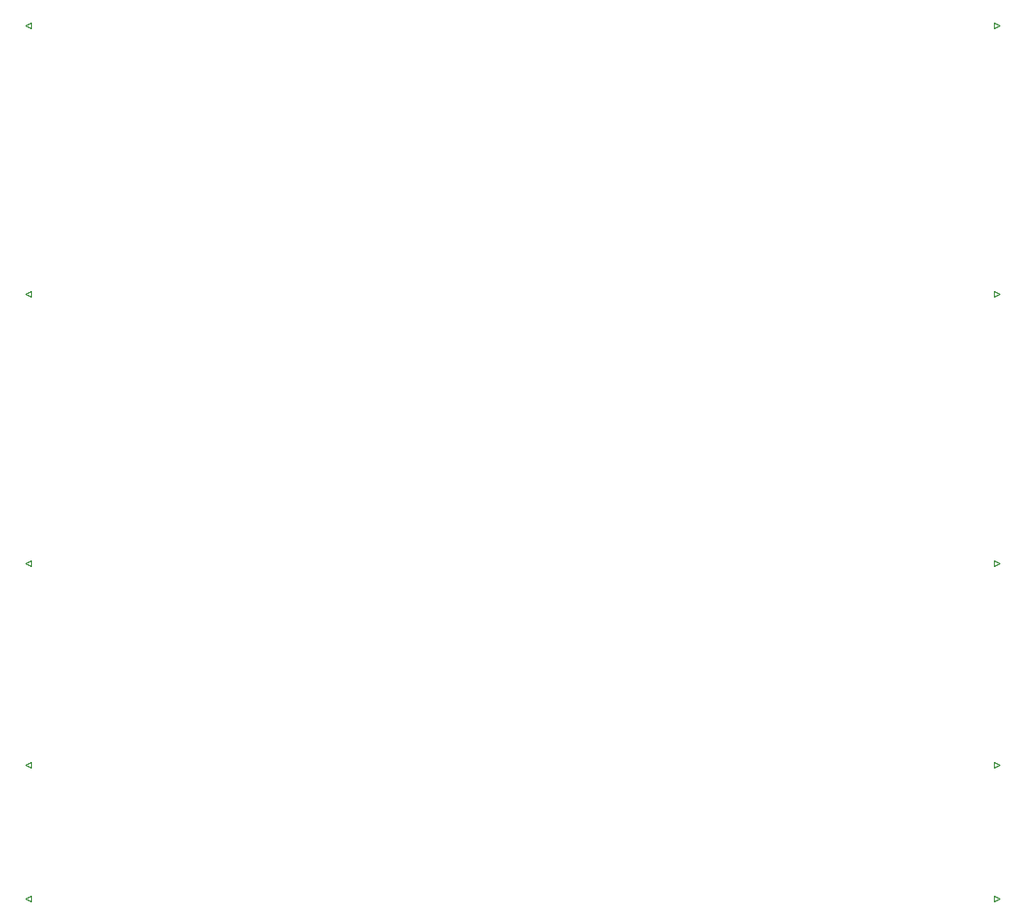
<source format=gto>
G04 #@! TF.GenerationSoftware,KiCad,Pcbnew,5.1.6-c6e7f7d~86~ubuntu18.04.1*
G04 #@! TF.CreationDate,2020-05-31T00:28:00-04:00*
G04 #@! TF.ProjectId,microstrip_tests,6d696372-6f73-4747-9269-705f74657374,rev?*
G04 #@! TF.SameCoordinates,Original*
G04 #@! TF.FileFunction,Legend,Top*
G04 #@! TF.FilePolarity,Positive*
%FSLAX46Y46*%
G04 Gerber Fmt 4.6, Leading zero omitted, Abs format (unit mm)*
G04 Created by KiCad (PCBNEW 5.1.6-c6e7f7d~86~ubuntu18.04.1) date 2020-05-31 00:28:00*
%MOMM*%
%LPD*%
G01*
G04 APERTURE LIST*
%ADD10C,0.120000*%
G04 APERTURE END LIST*
D10*
G04 #@! TO.C,J1*
X96210000Y-33763000D02*
X96710000Y-34013000D01*
X96710000Y-34013000D02*
X96710000Y-33513000D01*
X96710000Y-33513000D02*
X96210000Y-33763000D01*
G04 #@! TO.C,J2*
X183290000Y-34013000D02*
X183790000Y-33763000D01*
X183290000Y-33513000D02*
X183290000Y-34013000D01*
X183790000Y-33763000D02*
X183290000Y-33513000D01*
G04 #@! TO.C,J3*
X96210000Y-57921000D02*
X96710000Y-58171000D01*
X96710000Y-58171000D02*
X96710000Y-57671000D01*
X96710000Y-57671000D02*
X96210000Y-57921000D01*
G04 #@! TO.C,J4*
X96210000Y-82079000D02*
X96710000Y-82329000D01*
X96710000Y-82329000D02*
X96710000Y-81829000D01*
X96710000Y-81829000D02*
X96210000Y-82079000D01*
G04 #@! TO.C,J5*
X96210000Y-100237000D02*
X96710000Y-100487000D01*
X96710000Y-100487000D02*
X96710000Y-99987000D01*
X96710000Y-99987000D02*
X96210000Y-100237000D01*
G04 #@! TO.C,J6*
X183290000Y-58171000D02*
X183790000Y-57921000D01*
X183290000Y-57671000D02*
X183290000Y-58171000D01*
X183790000Y-57921000D02*
X183290000Y-57671000D01*
G04 #@! TO.C,J7*
X183290000Y-82329000D02*
X183790000Y-82079000D01*
X183290000Y-81829000D02*
X183290000Y-82329000D01*
X183790000Y-82079000D02*
X183290000Y-81829000D01*
G04 #@! TO.C,J8*
X183290000Y-100487000D02*
X183790000Y-100237000D01*
X183290000Y-99987000D02*
X183290000Y-100487000D01*
X183790000Y-100237000D02*
X183290000Y-99987000D01*
G04 #@! TO.C,J9*
X96710000Y-111987000D02*
X96210000Y-112237000D01*
X96710000Y-112487000D02*
X96710000Y-111987000D01*
X96210000Y-112237000D02*
X96710000Y-112487000D01*
G04 #@! TO.C,J10*
X183790000Y-112237000D02*
X183290000Y-111987000D01*
X183290000Y-111987000D02*
X183290000Y-112487000D01*
X183290000Y-112487000D02*
X183790000Y-112237000D01*
G04 #@! TD*
M02*

</source>
